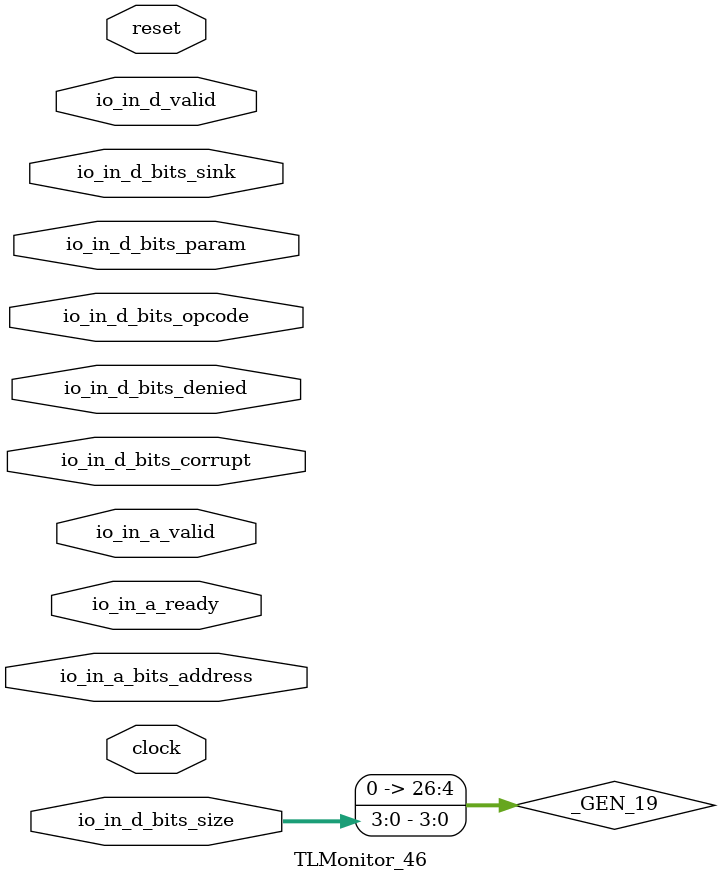
<source format=sv>
`ifndef RANDOMIZE
  `ifdef RANDOMIZE_MEM_INIT
    `define RANDOMIZE
  `endif // RANDOMIZE_MEM_INIT
`endif // not def RANDOMIZE
`ifndef RANDOMIZE
  `ifdef RANDOMIZE_REG_INIT
    `define RANDOMIZE
  `endif // RANDOMIZE_REG_INIT
`endif // not def RANDOMIZE

`ifndef RANDOM
  `define RANDOM $random
`endif // not def RANDOM

// Users can define INIT_RANDOM as general code that gets injected into the
// initializer block for modules with registers.
`ifndef INIT_RANDOM
  `define INIT_RANDOM
`endif // not def INIT_RANDOM

// If using random initialization, you can also define RANDOMIZE_DELAY to
// customize the delay used, otherwise 0.002 is used.
`ifndef RANDOMIZE_DELAY
  `define RANDOMIZE_DELAY 0.002
`endif // not def RANDOMIZE_DELAY

// Define INIT_RANDOM_PROLOG_ for use in our modules below.
`ifndef INIT_RANDOM_PROLOG_
  `ifdef RANDOMIZE
    `ifdef VERILATOR
      `define INIT_RANDOM_PROLOG_ `INIT_RANDOM
    `else  // VERILATOR
      `define INIT_RANDOM_PROLOG_ `INIT_RANDOM #`RANDOMIZE_DELAY begin end
    `endif // VERILATOR
  `else  // RANDOMIZE
    `define INIT_RANDOM_PROLOG_
  `endif // RANDOMIZE
`endif // not def INIT_RANDOM_PROLOG_

// Include register initializers in init blocks unless synthesis is set
`ifndef SYNTHESIS
  `ifndef ENABLE_INITIAL_REG_
    `define ENABLE_INITIAL_REG_
  `endif // not def ENABLE_INITIAL_REG_
`endif // not def SYNTHESIS

// Include rmemory initializers in init blocks unless synthesis is set
`ifndef SYNTHESIS
  `ifndef ENABLE_INITIAL_MEM_
    `define ENABLE_INITIAL_MEM_
  `endif // not def ENABLE_INITIAL_MEM_
`endif // not def SYNTHESIS

// Standard header to adapt well known macros for prints and assertions.

// Users can define 'PRINTF_COND' to add an extra gate to prints.
`ifndef PRINTF_COND_
  `ifdef PRINTF_COND
    `define PRINTF_COND_ (`PRINTF_COND)
  `else  // PRINTF_COND
    `define PRINTF_COND_ 1
  `endif // PRINTF_COND
`endif // not def PRINTF_COND_

// Users can define 'ASSERT_VERBOSE_COND' to add an extra gate to assert error printing.
`ifndef ASSERT_VERBOSE_COND_
  `ifdef ASSERT_VERBOSE_COND
    `define ASSERT_VERBOSE_COND_ (`ASSERT_VERBOSE_COND)
  `else  // ASSERT_VERBOSE_COND
    `define ASSERT_VERBOSE_COND_ 1
  `endif // ASSERT_VERBOSE_COND
`endif // not def ASSERT_VERBOSE_COND_

// Users can define 'STOP_COND' to add an extra gate to stop conditions.
`ifndef STOP_COND_
  `ifdef STOP_COND
    `define STOP_COND_ (`STOP_COND)
  `else  // STOP_COND
    `define STOP_COND_ 1
  `endif // STOP_COND
`endif // not def STOP_COND_

module TLMonitor_46(
  input        clock,
               reset,
               io_in_a_ready,	// @[generators/rocket-chip/src/main/scala/tilelink/Monitor.scala:17:14]
               io_in_a_valid,	// @[generators/rocket-chip/src/main/scala/tilelink/Monitor.scala:17:14]
  input [31:0] io_in_a_bits_address,	// @[generators/rocket-chip/src/main/scala/tilelink/Monitor.scala:17:14]
  input        io_in_d_valid,	// @[generators/rocket-chip/src/main/scala/tilelink/Monitor.scala:17:14]
  input [2:0]  io_in_d_bits_opcode,	// @[generators/rocket-chip/src/main/scala/tilelink/Monitor.scala:17:14]
  input [1:0]  io_in_d_bits_param,	// @[generators/rocket-chip/src/main/scala/tilelink/Monitor.scala:17:14]
  input [3:0]  io_in_d_bits_size,	// @[generators/rocket-chip/src/main/scala/tilelink/Monitor.scala:17:14]
  input [2:0]  io_in_d_bits_sink,	// @[generators/rocket-chip/src/main/scala/tilelink/Monitor.scala:17:14]
  input        io_in_d_bits_denied,	// @[generators/rocket-chip/src/main/scala/tilelink/Monitor.scala:17:14]
               io_in_d_bits_corrupt	// @[generators/rocket-chip/src/main/scala/tilelink/Monitor.scala:17:14]
);

  wire [31:0] _plusarg_reader_1_out;	// @[generators/rocket-chip/src/main/scala/util/PlusArg.scala:80:11]
  wire [31:0] _plusarg_reader_out;	// @[generators/rocket-chip/src/main/scala/util/PlusArg.scala:80:11]
  wire        _a_first_T_1 = io_in_a_ready & io_in_a_valid;	// @[src/main/scala/chisel3/util/Decoupled.scala:52:35]
  reg  [8:0]  a_first_counter;	// @[generators/rocket-chip/src/main/scala/tilelink/Edges.scala:230:27]
  reg  [2:0]  opcode;	// @[generators/rocket-chip/src/main/scala/tilelink/Monitor.scala:384:22]
  reg  [2:0]  param;	// @[generators/rocket-chip/src/main/scala/tilelink/Monitor.scala:385:22]
  reg  [3:0]  size;	// @[generators/rocket-chip/src/main/scala/tilelink/Monitor.scala:386:22]
  reg         source;	// @[generators/rocket-chip/src/main/scala/tilelink/Monitor.scala:387:22]
  reg  [31:0] address;	// @[generators/rocket-chip/src/main/scala/tilelink/Monitor.scala:388:22]
  reg  [8:0]  d_first_counter;	// @[generators/rocket-chip/src/main/scala/tilelink/Edges.scala:230:27]
  reg  [2:0]  opcode_1;	// @[generators/rocket-chip/src/main/scala/tilelink/Monitor.scala:535:22]
  reg  [1:0]  param_1;	// @[generators/rocket-chip/src/main/scala/tilelink/Monitor.scala:536:22]
  reg  [3:0]  size_1;	// @[generators/rocket-chip/src/main/scala/tilelink/Monitor.scala:537:22]
  reg  [2:0]  sink;	// @[generators/rocket-chip/src/main/scala/tilelink/Monitor.scala:539:22]
  reg         denied;	// @[generators/rocket-chip/src/main/scala/tilelink/Monitor.scala:540:22]
  reg         inflight;	// @[generators/rocket-chip/src/main/scala/tilelink/Monitor.scala:611:27]
  reg  [3:0]  inflight_opcodes;	// @[generators/rocket-chip/src/main/scala/tilelink/Monitor.scala:613:35]
  reg  [7:0]  inflight_sizes;	// @[generators/rocket-chip/src/main/scala/tilelink/Monitor.scala:615:33]
  reg  [8:0]  a_first_counter_1;	// @[generators/rocket-chip/src/main/scala/tilelink/Edges.scala:230:27]
  wire        a_first_1 = a_first_counter_1 == 9'h0;	// @[generators/rocket-chip/src/main/scala/tilelink/Edges.scala:222:14, :230:27, :232:25]
  reg  [8:0]  d_first_counter_1;	// @[generators/rocket-chip/src/main/scala/tilelink/Edges.scala:230:27]
  wire        d_first_1 = d_first_counter_1 == 9'h0;	// @[generators/rocket-chip/src/main/scala/tilelink/Edges.scala:222:14, :230:27, :232:25]
  wire        a_set = _a_first_T_1 & a_first_1;	// @[generators/rocket-chip/src/main/scala/tilelink/Edges.scala:232:25, generators/rocket-chip/src/main/scala/tilelink/Monitor.scala:652:25, src/main/scala/chisel3/util/Decoupled.scala:52:35]
  wire        d_release_ack = io_in_d_bits_opcode == 3'h6;	// @[generators/rocket-chip/src/main/scala/tilelink/Monitor.scala:670:46]
  wire        _GEN = io_in_d_valid & d_first_1;	// @[generators/rocket-chip/src/main/scala/tilelink/Edges.scala:232:25, generators/rocket-chip/src/main/scala/tilelink/Monitor.scala:671:26]
  wire        d_clr_wo_ready = _GEN & ~d_release_ack;	// @[generators/rocket-chip/src/main/scala/tilelink/Monitor.scala:670:46, :671:{26,71,74}]
  reg  [31:0] watchdog;	// @[generators/rocket-chip/src/main/scala/tilelink/Monitor.scala:706:27]
  reg         inflight_1;	// @[generators/rocket-chip/src/main/scala/tilelink/Monitor.scala:723:35]
  reg  [7:0]  inflight_sizes_1;	// @[generators/rocket-chip/src/main/scala/tilelink/Monitor.scala:725:35]
  reg  [8:0]  d_first_counter_2;	// @[generators/rocket-chip/src/main/scala/tilelink/Edges.scala:230:27]
  wire        d_first_2 = d_first_counter_2 == 9'h0;	// @[generators/rocket-chip/src/main/scala/tilelink/Edges.scala:222:14, :230:27, :232:25]
  wire        d_clr_1 = io_in_d_valid & d_first_2 & d_release_ack;	// @[generators/rocket-chip/src/main/scala/tilelink/Edges.scala:232:25, generators/rocket-chip/src/main/scala/tilelink/Monitor.scala:670:46, :785:70]
  reg  [31:0] watchdog_1;	// @[generators/rocket-chip/src/main/scala/tilelink/Monitor.scala:815:27]
  `ifndef SYNTHESIS	// @[generators/rocket-chip/src/main/scala/tilelink/Monitor.scala:42:11]
    wire [7:0][2:0] _GEN_0 = '{3'h4, 3'h5, 3'h2, 3'h1, 3'h1, 3'h1, 3'h0, 3'h0};	// @[generators/rocket-chip/src/main/scala/tilelink/Monitor.scala:690:38]
    wire [7:0][2:0] _GEN_1 = '{3'h4, 3'h4, 3'h2, 3'h1, 3'h1, 3'h1, 3'h0, 3'h0};	// @[generators/rocket-chip/src/main/scala/tilelink/Monitor.scala:689:38]
    wire            _GEN_2 = io_in_a_valid & ~reset;	// @[generators/rocket-chip/src/main/scala/tilelink/Monitor.scala:42:11]
    wire            _GEN_3 = io_in_d_valid & io_in_d_bits_opcode == 3'h6 & ~reset;	// @[generators/rocket-chip/src/main/scala/tilelink/Monitor.scala:42:11, :49:11, :310:25]
    wire            _GEN_4 = io_in_d_bits_size < 4'h3;	// @[generators/rocket-chip/src/main/scala/tilelink/Monitor.scala:312:27]
    wire            _GEN_5 = io_in_d_valid & io_in_d_bits_opcode == 3'h4 & ~reset;	// @[generators/rocket-chip/src/main/scala/tilelink/Monitor.scala:42:11, :49:11, :318:25]
    wire            _GEN_6 = io_in_d_bits_param == 2'h2;	// @[generators/rocket-chip/src/main/scala/tilelink/Bundles.scala:111:27, generators/rocket-chip/src/main/scala/tilelink/Monitor.scala:323:28]
    wire            _GEN_7 = io_in_d_valid & io_in_d_bits_opcode == 3'h5 & ~reset;	// @[generators/rocket-chip/src/main/scala/tilelink/Monitor.scala:42:11, :49:11, :328:25]
    wire            _GEN_8 = ~io_in_d_bits_denied | io_in_d_bits_corrupt;	// @[generators/rocket-chip/src/main/scala/tilelink/Monitor.scala:334:{15,30}]
    wire            _GEN_9 = io_in_d_valid & io_in_d_bits_opcode == 3'h0 & ~reset;	// @[generators/rocket-chip/src/main/scala/tilelink/Monitor.scala:42:11, :49:11, :338:25]
    wire            _GEN_10 = io_in_d_bits_opcode == 3'h1;	// @[generators/rocket-chip/src/main/scala/tilelink/Monitor.scala:346:25]
    wire            _GEN_11 = io_in_d_valid & _GEN_10 & ~reset;	// @[generators/rocket-chip/src/main/scala/tilelink/Monitor.scala:42:11, :49:11, :346:25]
    wire            _GEN_12 = io_in_d_valid & io_in_d_bits_opcode == 3'h2 & ~reset;	// @[generators/rocket-chip/src/main/scala/tilelink/Monitor.scala:42:11, :49:11, :354:25]
    wire            _GEN_13 = io_in_a_valid & (|a_first_counter) & ~reset;	// @[generators/rocket-chip/src/main/scala/tilelink/Edges.scala:230:27, :232:25, generators/rocket-chip/src/main/scala/tilelink/Monitor.scala:42:11]
    wire            _GEN_14 = io_in_d_valid & (|d_first_counter) & ~reset;	// @[generators/rocket-chip/src/main/scala/tilelink/Edges.scala:230:27, :232:25, generators/rocket-chip/src/main/scala/tilelink/Monitor.scala:42:11, :49:11]
    wire            a_set_wo_ready = io_in_a_valid & a_first_1;	// @[generators/rocket-chip/src/main/scala/tilelink/Edges.scala:232:25, generators/rocket-chip/src/main/scala/tilelink/Monitor.scala:648:26]
    wire            _GEN_15 = d_clr_wo_ready & a_set_wo_ready & ~reset;	// @[generators/rocket-chip/src/main/scala/tilelink/Monitor.scala:42:11, :49:11, :648:26, :671:71]
    wire            _GEN_16 = d_clr_wo_ready & ~a_set_wo_ready & ~reset;	// @[generators/rocket-chip/src/main/scala/tilelink/Monitor.scala:42:11, :49:11, :648:26, :671:71, :684:30]
    wire [7:0]      _GEN_17 = {4'h0, io_in_d_bits_size};	// @[generators/rocket-chip/src/main/scala/tilelink/Bundles.scala:111:27, generators/rocket-chip/src/main/scala/tilelink/Monitor.scala:656:79, :657:77, :691:36, generators/rocket-chip/src/main/scala/util/Misc.scala:206:21]
    wire            _GEN_18 = d_clr_1 & ~reset;	// @[generators/rocket-chip/src/main/scala/tilelink/Monitor.scala:42:11, :49:11, :785:70]
    always @(posedge clock) begin	// @[generators/rocket-chip/src/main/scala/tilelink/Monitor.scala:42:11]
      if (_GEN_2 & ~({io_in_a_bits_address[31:14], ~(io_in_a_bits_address[13:12])} == 20'h0 | io_in_a_bits_address[31:13] == 19'h0 | {io_in_a_bits_address[31:17], ~(io_in_a_bits_address[16])} == 16'h0 | {io_in_a_bits_address[31:21], io_in_a_bits_address[20:17] ^ 4'h8, io_in_a_bits_address[15:12]} == 19'h0 | {io_in_a_bits_address[31:26], io_in_a_bits_address[25:16] ^ 10'h200} == 16'h0 | {io_in_a_bits_address[31:26], io_in_a_bits_address[25:12] ^ 14'h2010} == 20'h0 | {io_in_a_bits_address[31:28], io_in_a_bits_address[27:16] ^ 12'h800} == 16'h0 | {io_in_a_bits_address[31:28], ~(io_in_a_bits_address[27:26])} == 6'h0 | {io_in_a_bits_address[31:29], io_in_a_bits_address[28:12] ^ 17'h10020} == 20'h0 | io_in_a_bits_address[31:28] == 4'h8)) begin	// @[generators/rocket-chip/src/main/scala/diplomacy/Parameters.scala:137:{31,41,46,59}, generators/rocket-chip/src/main/scala/tilelink/Bundles.scala:259:74, generators/rocket-chip/src/main/scala/tilelink/Edges.scala:22:16, generators/rocket-chip/src/main/scala/tilelink/Monitor.scala:42:11, generators/rocket-chip/src/main/scala/tilelink/Parameters.scala:673:26]
        if (`ASSERT_VERBOSE_COND_)	// @[generators/rocket-chip/src/main/scala/tilelink/Monitor.scala:42:11]
          $error("Assertion failed: 'A' channel carries Get type which slave claims it can't support (connected at generators/boom/src/main/scala/common/tile.scala:140:21)\n    at Monitor.scala:42 assert(cond, message)\n");	// @[generators/rocket-chip/src/main/scala/tilelink/Monitor.scala:42:11]
        if (`STOP_COND_)	// @[generators/rocket-chip/src/main/scala/tilelink/Monitor.scala:42:11]
          $fatal;	// @[generators/rocket-chip/src/main/scala/tilelink/Monitor.scala:42:11]
      end
      if (_GEN_2 & (|(io_in_a_bits_address[5:0]))) begin	// @[generators/rocket-chip/src/main/scala/tilelink/Edges.scala:22:{16,24}, generators/rocket-chip/src/main/scala/tilelink/Monitor.scala:42:11]
        if (`ASSERT_VERBOSE_COND_)	// @[generators/rocket-chip/src/main/scala/tilelink/Monitor.scala:42:11]
          $error("Assertion failed: 'A' channel Get address not aligned to size (connected at generators/boom/src/main/scala/common/tile.scala:140:21)\n    at Monitor.scala:42 assert(cond, message)\n");	// @[generators/rocket-chip/src/main/scala/tilelink/Monitor.scala:42:11]
        if (`STOP_COND_)	// @[generators/rocket-chip/src/main/scala/tilelink/Monitor.scala:42:11]
          $fatal;	// @[generators/rocket-chip/src/main/scala/tilelink/Monitor.scala:42:11]
      end
      if (io_in_d_valid & ~reset & (&io_in_d_bits_opcode)) begin	// @[generators/rocket-chip/src/main/scala/tilelink/Bundles.scala:45:24, generators/rocket-chip/src/main/scala/tilelink/Monitor.scala:42:11, :49:11]
        if (`ASSERT_VERBOSE_COND_)	// @[generators/rocket-chip/src/main/scala/tilelink/Monitor.scala:49:11]
          $error("Assertion failed: 'D' channel has invalid opcode (connected at generators/boom/src/main/scala/common/tile.scala:140:21)\n    at Monitor.scala:49 assert(cond, message)\n");	// @[generators/rocket-chip/src/main/scala/tilelink/Monitor.scala:49:11]
        if (`STOP_COND_)	// @[generators/rocket-chip/src/main/scala/tilelink/Monitor.scala:49:11]
          $fatal;	// @[generators/rocket-chip/src/main/scala/tilelink/Monitor.scala:49:11]
      end
      if (_GEN_3 & _GEN_4) begin	// @[generators/rocket-chip/src/main/scala/tilelink/Monitor.scala:49:11, :312:27]
        if (`ASSERT_VERBOSE_COND_)	// @[generators/rocket-chip/src/main/scala/tilelink/Monitor.scala:49:11]
          $error("Assertion failed: 'D' channel ReleaseAck smaller than a beat (connected at generators/boom/src/main/scala/common/tile.scala:140:21)\n    at Monitor.scala:49 assert(cond, message)\n");	// @[generators/rocket-chip/src/main/scala/tilelink/Monitor.scala:49:11]
        if (`STOP_COND_)	// @[generators/rocket-chip/src/main/scala/tilelink/Monitor.scala:49:11]
          $fatal;	// @[generators/rocket-chip/src/main/scala/tilelink/Monitor.scala:49:11]
      end
      if (_GEN_3 & (|io_in_d_bits_param)) begin	// @[generators/rocket-chip/src/main/scala/tilelink/Monitor.scala:49:11, :313:28]
        if (`ASSERT_VERBOSE_COND_)	// @[generators/rocket-chip/src/main/scala/tilelink/Monitor.scala:49:11]
          $error("Assertion failed: 'D' channel ReleaseeAck carries invalid param (connected at generators/boom/src/main/scala/common/tile.scala:140:21)\n    at Monitor.scala:49 assert(cond, message)\n");	// @[generators/rocket-chip/src/main/scala/tilelink/Monitor.scala:49:11]
        if (`STOP_COND_)	// @[generators/rocket-chip/src/main/scala/tilelink/Monitor.scala:49:11]
          $fatal;	// @[generators/rocket-chip/src/main/scala/tilelink/Monitor.scala:49:11]
      end
      if (_GEN_3 & io_in_d_bits_corrupt) begin	// @[generators/rocket-chip/src/main/scala/tilelink/Monitor.scala:49:11]
        if (`ASSERT_VERBOSE_COND_)	// @[generators/rocket-chip/src/main/scala/tilelink/Monitor.scala:49:11]
          $error("Assertion failed: 'D' channel ReleaseAck is corrupt (connected at generators/boom/src/main/scala/common/tile.scala:140:21)\n    at Monitor.scala:49 assert(cond, message)\n");	// @[generators/rocket-chip/src/main/scala/tilelink/Monitor.scala:49:11]
        if (`STOP_COND_)	// @[generators/rocket-chip/src/main/scala/tilelink/Monitor.scala:49:11]
          $fatal;	// @[generators/rocket-chip/src/main/scala/tilelink/Monitor.scala:49:11]
      end
      if (_GEN_3 & io_in_d_bits_denied) begin	// @[generators/rocket-chip/src/main/scala/tilelink/Monitor.scala:49:11]
        if (`ASSERT_VERBOSE_COND_)	// @[generators/rocket-chip/src/main/scala/tilelink/Monitor.scala:49:11]
          $error("Assertion failed: 'D' channel ReleaseAck is denied (connected at generators/boom/src/main/scala/common/tile.scala:140:21)\n    at Monitor.scala:49 assert(cond, message)\n");	// @[generators/rocket-chip/src/main/scala/tilelink/Monitor.scala:49:11]
        if (`STOP_COND_)	// @[generators/rocket-chip/src/main/scala/tilelink/Monitor.scala:49:11]
          $fatal;	// @[generators/rocket-chip/src/main/scala/tilelink/Monitor.scala:49:11]
      end
      if (_GEN_5 & _GEN_4) begin	// @[generators/rocket-chip/src/main/scala/tilelink/Monitor.scala:49:11, :312:27]
        if (`ASSERT_VERBOSE_COND_)	// @[generators/rocket-chip/src/main/scala/tilelink/Monitor.scala:49:11]
          $error("Assertion failed: 'D' channel Grant smaller than a beat (connected at generators/boom/src/main/scala/common/tile.scala:140:21)\n    at Monitor.scala:49 assert(cond, message)\n");	// @[generators/rocket-chip/src/main/scala/tilelink/Monitor.scala:49:11]
        if (`STOP_COND_)	// @[generators/rocket-chip/src/main/scala/tilelink/Monitor.scala:49:11]
          $fatal;	// @[generators/rocket-chip/src/main/scala/tilelink/Monitor.scala:49:11]
      end
      if (_GEN_5 & (&io_in_d_bits_param)) begin	// @[generators/rocket-chip/src/main/scala/tilelink/Bundles.scala:105:26, generators/rocket-chip/src/main/scala/tilelink/Monitor.scala:49:11]
        if (`ASSERT_VERBOSE_COND_)	// @[generators/rocket-chip/src/main/scala/tilelink/Monitor.scala:49:11]
          $error("Assertion failed: 'D' channel Grant carries invalid cap param (connected at generators/boom/src/main/scala/common/tile.scala:140:21)\n    at Monitor.scala:49 assert(cond, message)\n");	// @[generators/rocket-chip/src/main/scala/tilelink/Monitor.scala:49:11]
        if (`STOP_COND_)	// @[generators/rocket-chip/src/main/scala/tilelink/Monitor.scala:49:11]
          $fatal;	// @[generators/rocket-chip/src/main/scala/tilelink/Monitor.scala:49:11]
      end
      if (_GEN_5 & _GEN_6) begin	// @[generators/rocket-chip/src/main/scala/tilelink/Monitor.scala:49:11, :323:28]
        if (`ASSERT_VERBOSE_COND_)	// @[generators/rocket-chip/src/main/scala/tilelink/Monitor.scala:49:11]
          $error("Assertion failed: 'D' channel Grant carries toN param (connected at generators/boom/src/main/scala/common/tile.scala:140:21)\n    at Monitor.scala:49 assert(cond, message)\n");	// @[generators/rocket-chip/src/main/scala/tilelink/Monitor.scala:49:11]
        if (`STOP_COND_)	// @[generators/rocket-chip/src/main/scala/tilelink/Monitor.scala:49:11]
          $fatal;	// @[generators/rocket-chip/src/main/scala/tilelink/Monitor.scala:49:11]
      end
      if (_GEN_5 & io_in_d_bits_corrupt) begin	// @[generators/rocket-chip/src/main/scala/tilelink/Monitor.scala:49:11]
        if (`ASSERT_VERBOSE_COND_)	// @[generators/rocket-chip/src/main/scala/tilelink/Monitor.scala:49:11]
          $error("Assertion failed: 'D' channel Grant is corrupt (connected at generators/boom/src/main/scala/common/tile.scala:140:21)\n    at Monitor.scala:49 assert(cond, message)\n");	// @[generators/rocket-chip/src/main/scala/tilelink/Monitor.scala:49:11]
        if (`STOP_COND_)	// @[generators/rocket-chip/src/main/scala/tilelink/Monitor.scala:49:11]
          $fatal;	// @[generators/rocket-chip/src/main/scala/tilelink/Monitor.scala:49:11]
      end
      if (_GEN_7 & _GEN_4) begin	// @[generators/rocket-chip/src/main/scala/tilelink/Monitor.scala:49:11, :312:27]
        if (`ASSERT_VERBOSE_COND_)	// @[generators/rocket-chip/src/main/scala/tilelink/Monitor.scala:49:11]
          $error("Assertion failed: 'D' channel GrantData smaller than a beat (connected at generators/boom/src/main/scala/common/tile.scala:140:21)\n    at Monitor.scala:49 assert(cond, message)\n");	// @[generators/rocket-chip/src/main/scala/tilelink/Monitor.scala:49:11]
        if (`STOP_COND_)	// @[generators/rocket-chip/src/main/scala/tilelink/Monitor.scala:49:11]
          $fatal;	// @[generators/rocket-chip/src/main/scala/tilelink/Monitor.scala:49:11]
      end
      if (_GEN_7 & (&io_in_d_bits_param)) begin	// @[generators/rocket-chip/src/main/scala/tilelink/Bundles.scala:105:26, generators/rocket-chip/src/main/scala/tilelink/Monitor.scala:49:11]
        if (`ASSERT_VERBOSE_COND_)	// @[generators/rocket-chip/src/main/scala/tilelink/Monitor.scala:49:11]
          $error("Assertion failed: 'D' channel GrantData carries invalid cap param (connected at generators/boom/src/main/scala/common/tile.scala:140:21)\n    at Monitor.scala:49 assert(cond, message)\n");	// @[generators/rocket-chip/src/main/scala/tilelink/Monitor.scala:49:11]
        if (`STOP_COND_)	// @[generators/rocket-chip/src/main/scala/tilelink/Monitor.scala:49:11]
          $fatal;	// @[generators/rocket-chip/src/main/scala/tilelink/Monitor.scala:49:11]
      end
      if (_GEN_7 & _GEN_6) begin	// @[generators/rocket-chip/src/main/scala/tilelink/Monitor.scala:49:11, :323:28]
        if (`ASSERT_VERBOSE_COND_)	// @[generators/rocket-chip/src/main/scala/tilelink/Monitor.scala:49:11]
          $error("Assertion failed: 'D' channel GrantData carries toN param (connected at generators/boom/src/main/scala/common/tile.scala:140:21)\n    at Monitor.scala:49 assert(cond, message)\n");	// @[generators/rocket-chip/src/main/scala/tilelink/Monitor.scala:49:11]
        if (`STOP_COND_)	// @[generators/rocket-chip/src/main/scala/tilelink/Monitor.scala:49:11]
          $fatal;	// @[generators/rocket-chip/src/main/scala/tilelink/Monitor.scala:49:11]
      end
      if (_GEN_7 & ~_GEN_8) begin	// @[generators/rocket-chip/src/main/scala/tilelink/Monitor.scala:49:11, :334:30]
        if (`ASSERT_VERBOSE_COND_)	// @[generators/rocket-chip/src/main/scala/tilelink/Monitor.scala:49:11]
          $error("Assertion failed: 'D' channel GrantData is denied but not corrupt (connected at generators/boom/src/main/scala/common/tile.scala:140:21)\n    at Monitor.scala:49 assert(cond, message)\n");	// @[generators/rocket-chip/src/main/scala/tilelink/Monitor.scala:49:11]
        if (`STOP_COND_)	// @[generators/rocket-chip/src/main/scala/tilelink/Monitor.scala:49:11]
          $fatal;	// @[generators/rocket-chip/src/main/scala/tilelink/Monitor.scala:49:11]
      end
      if (_GEN_9 & (|io_in_d_bits_param)) begin	// @[generators/rocket-chip/src/main/scala/tilelink/Monitor.scala:49:11, :313:28]
        if (`ASSERT_VERBOSE_COND_)	// @[generators/rocket-chip/src/main/scala/tilelink/Monitor.scala:49:11]
          $error("Assertion failed: 'D' channel AccessAck carries invalid param (connected at generators/boom/src/main/scala/common/tile.scala:140:21)\n    at Monitor.scala:49 assert(cond, message)\n");	// @[generators/rocket-chip/src/main/scala/tilelink/Monitor.scala:49:11]
        if (`STOP_COND_)	// @[generators/rocket-chip/src/main/scala/tilelink/Monitor.scala:49:11]
          $fatal;	// @[generators/rocket-chip/src/main/scala/tilelink/Monitor.scala:49:11]
      end
      if (_GEN_9 & io_in_d_bits_corrupt) begin	// @[generators/rocket-chip/src/main/scala/tilelink/Monitor.scala:49:11]
        if (`ASSERT_VERBOSE_COND_)	// @[generators/rocket-chip/src/main/scala/tilelink/Monitor.scala:49:11]
          $error("Assertion failed: 'D' channel AccessAck is corrupt (connected at generators/boom/src/main/scala/common/tile.scala:140:21)\n    at Monitor.scala:49 assert(cond, message)\n");	// @[generators/rocket-chip/src/main/scala/tilelink/Monitor.scala:49:11]
        if (`STOP_COND_)	// @[generators/rocket-chip/src/main/scala/tilelink/Monitor.scala:49:11]
          $fatal;	// @[generators/rocket-chip/src/main/scala/tilelink/Monitor.scala:49:11]
      end
      if (_GEN_11 & (|io_in_d_bits_param)) begin	// @[generators/rocket-chip/src/main/scala/tilelink/Monitor.scala:49:11, :313:28]
        if (`ASSERT_VERBOSE_COND_)	// @[generators/rocket-chip/src/main/scala/tilelink/Monitor.scala:49:11]
          $error("Assertion failed: 'D' channel AccessAckData carries invalid param (connected at generators/boom/src/main/scala/common/tile.scala:140:21)\n    at Monitor.scala:49 assert(cond, message)\n");	// @[generators/rocket-chip/src/main/scala/tilelink/Monitor.scala:49:11]
        if (`STOP_COND_)	// @[generators/rocket-chip/src/main/scala/tilelink/Monitor.scala:49:11]
          $fatal;	// @[generators/rocket-chip/src/main/scala/tilelink/Monitor.scala:49:11]
      end
      if (_GEN_11 & ~_GEN_8) begin	// @[generators/rocket-chip/src/main/scala/tilelink/Monitor.scala:49:11, :334:30]
        if (`ASSERT_VERBOSE_COND_)	// @[generators/rocket-chip/src/main/scala/tilelink/Monitor.scala:49:11]
          $error("Assertion failed: 'D' channel AccessAckData is denied but not corrupt (connected at generators/boom/src/main/scala/common/tile.scala:140:21)\n    at Monitor.scala:49 assert(cond, message)\n");	// @[generators/rocket-chip/src/main/scala/tilelink/Monitor.scala:49:11]
        if (`STOP_COND_)	// @[generators/rocket-chip/src/main/scala/tilelink/Monitor.scala:49:11]
          $fatal;	// @[generators/rocket-chip/src/main/scala/tilelink/Monitor.scala:49:11]
      end
      if (_GEN_12 & (|io_in_d_bits_param)) begin	// @[generators/rocket-chip/src/main/scala/tilelink/Monitor.scala:49:11, :313:28]
        if (`ASSERT_VERBOSE_COND_)	// @[generators/rocket-chip/src/main/scala/tilelink/Monitor.scala:49:11]
          $error("Assertion failed: 'D' channel HintAck carries invalid param (connected at generators/boom/src/main/scala/common/tile.scala:140:21)\n    at Monitor.scala:49 assert(cond, message)\n");	// @[generators/rocket-chip/src/main/scala/tilelink/Monitor.scala:49:11]
        if (`STOP_COND_)	// @[generators/rocket-chip/src/main/scala/tilelink/Monitor.scala:49:11]
          $fatal;	// @[generators/rocket-chip/src/main/scala/tilelink/Monitor.scala:49:11]
      end
      if (_GEN_12 & io_in_d_bits_corrupt) begin	// @[generators/rocket-chip/src/main/scala/tilelink/Monitor.scala:49:11]
        if (`ASSERT_VERBOSE_COND_)	// @[generators/rocket-chip/src/main/scala/tilelink/Monitor.scala:49:11]
          $error("Assertion failed: 'D' channel HintAck is corrupt (connected at generators/boom/src/main/scala/common/tile.scala:140:21)\n    at Monitor.scala:49 assert(cond, message)\n");	// @[generators/rocket-chip/src/main/scala/tilelink/Monitor.scala:49:11]
        if (`STOP_COND_)	// @[generators/rocket-chip/src/main/scala/tilelink/Monitor.scala:49:11]
          $fatal;	// @[generators/rocket-chip/src/main/scala/tilelink/Monitor.scala:49:11]
      end
      if (_GEN_13 & opcode != 3'h4) begin	// @[generators/rocket-chip/src/main/scala/tilelink/Monitor.scala:42:11, :384:22, :390:32]
        if (`ASSERT_VERBOSE_COND_)	// @[generators/rocket-chip/src/main/scala/tilelink/Monitor.scala:42:11]
          $error("Assertion failed: 'A' channel opcode changed within multibeat operation (connected at generators/boom/src/main/scala/common/tile.scala:140:21)\n    at Monitor.scala:42 assert(cond, message)\n");	// @[generators/rocket-chip/src/main/scala/tilelink/Monitor.scala:42:11]
        if (`STOP_COND_)	// @[generators/rocket-chip/src/main/scala/tilelink/Monitor.scala:42:11]
          $fatal;	// @[generators/rocket-chip/src/main/scala/tilelink/Monitor.scala:42:11]
      end
      if (_GEN_13 & (|param)) begin	// @[generators/rocket-chip/src/main/scala/tilelink/Monitor.scala:42:11, :385:22, :391:32]
        if (`ASSERT_VERBOSE_COND_)	// @[generators/rocket-chip/src/main/scala/tilelink/Monitor.scala:42:11]
          $error("Assertion failed: 'A' channel param changed within multibeat operation (connected at generators/boom/src/main/scala/common/tile.scala:140:21)\n    at Monitor.scala:42 assert(cond, message)\n");	// @[generators/rocket-chip/src/main/scala/tilelink/Monitor.scala:42:11]
        if (`STOP_COND_)	// @[generators/rocket-chip/src/main/scala/tilelink/Monitor.scala:42:11]
          $fatal;	// @[generators/rocket-chip/src/main/scala/tilelink/Monitor.scala:42:11]
      end
      if (_GEN_13 & size != 4'h6) begin	// @[generators/rocket-chip/src/main/scala/tilelink/Monitor.scala:17:14, :42:11, :386:22, :392:32]
        if (`ASSERT_VERBOSE_COND_)	// @[generators/rocket-chip/src/main/scala/tilelink/Monitor.scala:42:11]
          $error("Assertion failed: 'A' channel size changed within multibeat operation (connected at generators/boom/src/main/scala/common/tile.scala:140:21)\n    at Monitor.scala:42 assert(cond, message)\n");	// @[generators/rocket-chip/src/main/scala/tilelink/Monitor.scala:42:11]
        if (`STOP_COND_)	// @[generators/rocket-chip/src/main/scala/tilelink/Monitor.scala:42:11]
          $fatal;	// @[generators/rocket-chip/src/main/scala/tilelink/Monitor.scala:42:11]
      end
      if (_GEN_13 & source) begin	// @[generators/rocket-chip/src/main/scala/tilelink/Monitor.scala:42:11, :387:22]
        if (`ASSERT_VERBOSE_COND_)	// @[generators/rocket-chip/src/main/scala/tilelink/Monitor.scala:42:11]
          $error("Assertion failed: 'A' channel source changed within multibeat operation (connected at generators/boom/src/main/scala/common/tile.scala:140:21)\n    at Monitor.scala:42 assert(cond, message)\n");	// @[generators/rocket-chip/src/main/scala/tilelink/Monitor.scala:42:11]
        if (`STOP_COND_)	// @[generators/rocket-chip/src/main/scala/tilelink/Monitor.scala:42:11]
          $fatal;	// @[generators/rocket-chip/src/main/scala/tilelink/Monitor.scala:42:11]
      end
      if (_GEN_13 & io_in_a_bits_address != address) begin	// @[generators/rocket-chip/src/main/scala/tilelink/Monitor.scala:42:11, :388:22, :394:32]
        if (`ASSERT_VERBOSE_COND_)	// @[generators/rocket-chip/src/main/scala/tilelink/Monitor.scala:42:11]
          $error("Assertion failed: 'A' channel address changed with multibeat operation (connected at generators/boom/src/main/scala/common/tile.scala:140:21)\n    at Monitor.scala:42 assert(cond, message)\n");	// @[generators/rocket-chip/src/main/scala/tilelink/Monitor.scala:42:11]
        if (`STOP_COND_)	// @[generators/rocket-chip/src/main/scala/tilelink/Monitor.scala:42:11]
          $fatal;	// @[generators/rocket-chip/src/main/scala/tilelink/Monitor.scala:42:11]
      end
      if (_GEN_14 & io_in_d_bits_opcode != opcode_1) begin	// @[generators/rocket-chip/src/main/scala/tilelink/Monitor.scala:49:11, :535:22, :542:29]
        if (`ASSERT_VERBOSE_COND_)	// @[generators/rocket-chip/src/main/scala/tilelink/Monitor.scala:49:11]
          $error("Assertion failed: 'D' channel opcode changed within multibeat operation (connected at generators/boom/src/main/scala/common/tile.scala:140:21)\n    at Monitor.scala:49 assert(cond, message)\n");	// @[generators/rocket-chip/src/main/scala/tilelink/Monitor.scala:49:11]
        if (`STOP_COND_)	// @[generators/rocket-chip/src/main/scala/tilelink/Monitor.scala:49:11]
          $fatal;	// @[generators/rocket-chip/src/main/scala/tilelink/Monitor.scala:49:11]
      end
      if (_GEN_14 & io_in_d_bits_param != param_1) begin	// @[generators/rocket-chip/src/main/scala/tilelink/Monitor.scala:49:11, :536:22, :543:29]
        if (`ASSERT_VERBOSE_COND_)	// @[generators/rocket-chip/src/main/scala/tilelink/Monitor.scala:49:11]
          $error("Assertion failed: 'D' channel param changed within multibeat operation (connected at generators/boom/src/main/scala/common/tile.scala:140:21)\n    at Monitor.scala:49 assert(cond, message)\n");	// @[generators/rocket-chip/src/main/scala/tilelink/Monitor.scala:49:11]
        if (`STOP_COND_)	// @[generators/rocket-chip/src/main/scala/tilelink/Monitor.scala:49:11]
          $fatal;	// @[generators/rocket-chip/src/main/scala/tilelink/Monitor.scala:49:11]
      end
      if (_GEN_14 & io_in_d_bits_size != size_1) begin	// @[generators/rocket-chip/src/main/scala/tilelink/Monitor.scala:49:11, :537:22, :544:29]
        if (`ASSERT_VERBOSE_COND_)	// @[generators/rocket-chip/src/main/scala/tilelink/Monitor.scala:49:11]
          $error("Assertion failed: 'D' channel size changed within multibeat operation (connected at generators/boom/src/main/scala/common/tile.scala:140:21)\n    at Monitor.scala:49 assert(cond, message)\n");	// @[generators/rocket-chip/src/main/scala/tilelink/Monitor.scala:49:11]
        if (`STOP_COND_)	// @[generators/rocket-chip/src/main/scala/tilelink/Monitor.scala:49:11]
          $fatal;	// @[generators/rocket-chip/src/main/scala/tilelink/Monitor.scala:49:11]
      end
      if (_GEN_14 & io_in_d_bits_sink != sink) begin	// @[generators/rocket-chip/src/main/scala/tilelink/Monitor.scala:49:11, :539:22, :546:29]
        if (`ASSERT_VERBOSE_COND_)	// @[generators/rocket-chip/src/main/scala/tilelink/Monitor.scala:49:11]
          $error("Assertion failed: 'D' channel sink changed with multibeat operation (connected at generators/boom/src/main/scala/common/tile.scala:140:21)\n    at Monitor.scala:49 assert(cond, message)\n");	// @[generators/rocket-chip/src/main/scala/tilelink/Monitor.scala:49:11]
        if (`STOP_COND_)	// @[generators/rocket-chip/src/main/scala/tilelink/Monitor.scala:49:11]
          $fatal;	// @[generators/rocket-chip/src/main/scala/tilelink/Monitor.scala:49:11]
      end
      if (_GEN_14 & io_in_d_bits_denied != denied) begin	// @[generators/rocket-chip/src/main/scala/tilelink/Monitor.scala:49:11, :540:22, :547:29]
        if (`ASSERT_VERBOSE_COND_)	// @[generators/rocket-chip/src/main/scala/tilelink/Monitor.scala:49:11]
          $error("Assertion failed: 'D' channel denied changed with multibeat operation (connected at generators/boom/src/main/scala/common/tile.scala:140:21)\n    at Monitor.scala:49 assert(cond, message)\n");	// @[generators/rocket-chip/src/main/scala/tilelink/Monitor.scala:49:11]
        if (`STOP_COND_)	// @[generators/rocket-chip/src/main/scala/tilelink/Monitor.scala:49:11]
          $fatal;	// @[generators/rocket-chip/src/main/scala/tilelink/Monitor.scala:49:11]
      end
      if (a_set & ~reset & inflight) begin	// @[generators/rocket-chip/src/main/scala/tilelink/Monitor.scala:42:11, :611:27, :652:25]
        if (`ASSERT_VERBOSE_COND_)	// @[generators/rocket-chip/src/main/scala/tilelink/Monitor.scala:42:11]
          $error("Assertion failed: 'A' channel re-used a source ID (connected at generators/boom/src/main/scala/common/tile.scala:140:21)\n    at Monitor.scala:42 assert(cond, message)\n");	// @[generators/rocket-chip/src/main/scala/tilelink/Monitor.scala:42:11]
        if (`STOP_COND_)	// @[generators/rocket-chip/src/main/scala/tilelink/Monitor.scala:42:11]
          $fatal;	// @[generators/rocket-chip/src/main/scala/tilelink/Monitor.scala:42:11]
      end
      if (d_clr_wo_ready & ~reset & ~(inflight | a_set_wo_ready)) begin	// @[generators/rocket-chip/src/main/scala/tilelink/Monitor.scala:42:11, :49:11, :611:27, :648:26, :671:71, :682:49]
        if (`ASSERT_VERBOSE_COND_)	// @[generators/rocket-chip/src/main/scala/tilelink/Monitor.scala:49:11]
          $error("Assertion failed: 'D' channel acknowledged for nothing inflight (connected at generators/boom/src/main/scala/common/tile.scala:140:21)\n    at Monitor.scala:49 assert(cond, message)\n");	// @[generators/rocket-chip/src/main/scala/tilelink/Monitor.scala:49:11]
        if (`STOP_COND_)	// @[generators/rocket-chip/src/main/scala/tilelink/Monitor.scala:49:11]
          $fatal;	// @[generators/rocket-chip/src/main/scala/tilelink/Monitor.scala:49:11]
      end
      if (_GEN_15 & ~_GEN_10) begin	// @[generators/rocket-chip/src/main/scala/tilelink/Monitor.scala:49:11, :346:25]
        if (`ASSERT_VERBOSE_COND_)	// @[generators/rocket-chip/src/main/scala/tilelink/Monitor.scala:49:11]
          $error("Assertion failed: 'D' channel contains improper opcode response (connected at generators/boom/src/main/scala/common/tile.scala:140:21)\n    at Monitor.scala:49 assert(cond, message)\n");	// @[generators/rocket-chip/src/main/scala/tilelink/Monitor.scala:49:11]
        if (`STOP_COND_)	// @[generators/rocket-chip/src/main/scala/tilelink/Monitor.scala:49:11]
          $fatal;	// @[generators/rocket-chip/src/main/scala/tilelink/Monitor.scala:49:11]
      end
      if (_GEN_15 & io_in_d_bits_size != 4'h6) begin	// @[generators/rocket-chip/src/main/scala/tilelink/Monitor.scala:17:14, :49:11, :687:36]
        if (`ASSERT_VERBOSE_COND_)	// @[generators/rocket-chip/src/main/scala/tilelink/Monitor.scala:49:11]
          $error("Assertion failed: 'D' channel contains improper response size (connected at generators/boom/src/main/scala/common/tile.scala:140:21)\n    at Monitor.scala:49 assert(cond, message)\n");	// @[generators/rocket-chip/src/main/scala/tilelink/Monitor.scala:49:11]
        if (`STOP_COND_)	// @[generators/rocket-chip/src/main/scala/tilelink/Monitor.scala:49:11]
          $fatal;	// @[generators/rocket-chip/src/main/scala/tilelink/Monitor.scala:49:11]
      end
      if (_GEN_16 & ~(io_in_d_bits_opcode == _GEN_1[inflight_opcodes[3:1]] | io_in_d_bits_opcode == _GEN_0[inflight_opcodes[3:1]])) begin	// @[generators/rocket-chip/src/main/scala/tilelink/Monitor.scala:42:11, :49:11, :613:35, :634:152, :689:{38,72}, :690:38]
        if (`ASSERT_VERBOSE_COND_)	// @[generators/rocket-chip/src/main/scala/tilelink/Monitor.scala:49:11]
          $error("Assertion failed: 'D' channel contains improper opcode response (connected at generators/boom/src/main/scala/common/tile.scala:140:21)\n    at Monitor.scala:49 assert(cond, message)\n");	// @[generators/rocket-chip/src/main/scala/tilelink/Monitor.scala:49:11]
        if (`STOP_COND_)	// @[generators/rocket-chip/src/main/scala/tilelink/Monitor.scala:49:11]
          $fatal;	// @[generators/rocket-chip/src/main/scala/tilelink/Monitor.scala:49:11]
      end
      if (_GEN_16 & _GEN_17 != {1'h0, inflight_sizes[7:1]}) begin	// @[generators/rocket-chip/src/main/scala/tilelink/Monitor.scala:17:14, :42:11, :49:11, :99:31, :131:74, :139:71, :615:33, :638:{19,144}, :691:36]
        if (`ASSERT_VERBOSE_COND_)	// @[generators/rocket-chip/src/main/scala/tilelink/Monitor.scala:49:11]
          $error("Assertion failed: 'D' channel contains improper response size (connected at generators/boom/src/main/scala/common/tile.scala:140:21)\n    at Monitor.scala:49 assert(cond, message)\n");	// @[generators/rocket-chip/src/main/scala/tilelink/Monitor.scala:49:11]
        if (`STOP_COND_)	// @[generators/rocket-chip/src/main/scala/tilelink/Monitor.scala:49:11]
          $fatal;	// @[generators/rocket-chip/src/main/scala/tilelink/Monitor.scala:49:11]
      end
      if (_GEN & a_first_1 & io_in_a_valid & ~d_release_ack & ~reset & ~io_in_a_ready) begin	// @[generators/rocket-chip/src/main/scala/tilelink/Edges.scala:232:25, generators/rocket-chip/src/main/scala/tilelink/Monitor.scala:42:11, :49:11, :670:46, :671:{26,74}]
        if (`ASSERT_VERBOSE_COND_)	// @[generators/rocket-chip/src/main/scala/tilelink/Monitor.scala:49:11]
          $error("Assertion failed: ready check\n    at Monitor.scala:49 assert(cond, message)\n");	// @[generators/rocket-chip/src/main/scala/tilelink/Monitor.scala:49:11]
        if (`STOP_COND_)	// @[generators/rocket-chip/src/main/scala/tilelink/Monitor.scala:49:11]
          $fatal;	// @[generators/rocket-chip/src/main/scala/tilelink/Monitor.scala:49:11]
      end
      if (~reset & ~(a_set_wo_ready != d_clr_wo_ready | ~a_set_wo_ready)) begin	// @[generators/rocket-chip/src/main/scala/tilelink/Monitor.scala:42:11, :49:11, :648:26, :671:71, :684:30, :699:{29,48}]
        if (`ASSERT_VERBOSE_COND_)	// @[generators/rocket-chip/src/main/scala/tilelink/Monitor.scala:49:11]
          $error("Assertion failed: 'A' and 'D' concurrent, despite minlatency > 0 (connected at generators/boom/src/main/scala/common/tile.scala:140:21)\n    at Monitor.scala:49 assert(cond, message)\n");	// @[generators/rocket-chip/src/main/scala/tilelink/Monitor.scala:49:11]
        if (`STOP_COND_)	// @[generators/rocket-chip/src/main/scala/tilelink/Monitor.scala:49:11]
          $fatal;	// @[generators/rocket-chip/src/main/scala/tilelink/Monitor.scala:49:11]
      end
      if (~reset & ~(~inflight | _plusarg_reader_out == 32'h0 | watchdog < _plusarg_reader_out)) begin	// @[generators/rocket-chip/src/main/scala/tilelink/Bundles.scala:259:74, generators/rocket-chip/src/main/scala/tilelink/Monitor.scala:42:11, :611:27, :706:27, :709:{16,39,47,59}, generators/rocket-chip/src/main/scala/util/PlusArg.scala:80:11]
        if (`ASSERT_VERBOSE_COND_)	// @[generators/rocket-chip/src/main/scala/tilelink/Monitor.scala:42:11]
          $error("Assertion failed: TileLink timeout expired (connected at generators/boom/src/main/scala/common/tile.scala:140:21)\n    at Monitor.scala:42 assert(cond, message)\n");	// @[generators/rocket-chip/src/main/scala/tilelink/Monitor.scala:42:11]
        if (`STOP_COND_)	// @[generators/rocket-chip/src/main/scala/tilelink/Monitor.scala:42:11]
          $fatal;	// @[generators/rocket-chip/src/main/scala/tilelink/Monitor.scala:42:11]
      end
      if (_GEN_18 & ~inflight_1) begin	// @[generators/rocket-chip/src/main/scala/tilelink/Monitor.scala:49:11, :723:35]
        if (`ASSERT_VERBOSE_COND_)	// @[generators/rocket-chip/src/main/scala/tilelink/Monitor.scala:49:11]
          $error("Assertion failed: 'D' channel acknowledged for nothing inflight (connected at generators/boom/src/main/scala/common/tile.scala:140:21)\n    at Monitor.scala:49 assert(cond, message)\n");	// @[generators/rocket-chip/src/main/scala/tilelink/Monitor.scala:49:11]
        if (`STOP_COND_)	// @[generators/rocket-chip/src/main/scala/tilelink/Monitor.scala:49:11]
          $fatal;	// @[generators/rocket-chip/src/main/scala/tilelink/Monitor.scala:49:11]
      end
      if (_GEN_18 & _GEN_17 != {1'h0, inflight_sizes_1[7:1]}) begin	// @[generators/rocket-chip/src/main/scala/tilelink/Monitor.scala:17:14, :42:11, :49:11, :99:31, :131:74, :139:71, :691:36, :725:35, :747:{21,146}, :797:36]
        if (`ASSERT_VERBOSE_COND_)	// @[generators/rocket-chip/src/main/scala/tilelink/Monitor.scala:49:11]
          $error("Assertion failed: 'D' channel contains improper response size (connected at generators/boom/src/main/scala/common/tile.scala:140:21)\n    at Monitor.scala:49 assert(cond, message)\n");	// @[generators/rocket-chip/src/main/scala/tilelink/Monitor.scala:49:11]
        if (`STOP_COND_)	// @[generators/rocket-chip/src/main/scala/tilelink/Monitor.scala:49:11]
          $fatal;	// @[generators/rocket-chip/src/main/scala/tilelink/Monitor.scala:49:11]
      end
      if (~reset & ~(~inflight_1 | _plusarg_reader_1_out == 32'h0 | watchdog_1 < _plusarg_reader_1_out)) begin	// @[generators/rocket-chip/src/main/scala/tilelink/Bundles.scala:259:74, generators/rocket-chip/src/main/scala/tilelink/Monitor.scala:42:11, :49:11, :723:35, :815:27, :818:{39,47,59}, generators/rocket-chip/src/main/scala/util/PlusArg.scala:80:11]
        if (`ASSERT_VERBOSE_COND_)	// @[generators/rocket-chip/src/main/scala/tilelink/Monitor.scala:42:11]
          $error("Assertion failed: TileLink timeout expired (connected at generators/boom/src/main/scala/common/tile.scala:140:21)\n    at Monitor.scala:42 assert(cond, message)\n");	// @[generators/rocket-chip/src/main/scala/tilelink/Monitor.scala:42:11]
        if (`STOP_COND_)	// @[generators/rocket-chip/src/main/scala/tilelink/Monitor.scala:42:11]
          $fatal;	// @[generators/rocket-chip/src/main/scala/tilelink/Monitor.scala:42:11]
      end
    end // always @(posedge)
  `endif // not def SYNTHESIS
  wire [26:0] _GEN_19 = {23'h0, io_in_d_bits_size};	// @[generators/rocket-chip/src/main/scala/util/package.scala:235:71]
  wire [26:0] _d_first_beats1_decode_T_1 = 27'hFFF << _GEN_19;	// @[generators/rocket-chip/src/main/scala/util/package.scala:235:71]
  wire [26:0] _d_first_beats1_decode_T_5 = 27'hFFF << _GEN_19;	// @[generators/rocket-chip/src/main/scala/util/package.scala:235:71]
  wire [26:0] _d_first_beats1_decode_T_9 = 27'hFFF << _GEN_19;	// @[generators/rocket-chip/src/main/scala/util/package.scala:235:71]
  wire        _GEN_20 = _a_first_T_1 & ~(|a_first_counter);	// @[generators/rocket-chip/src/main/scala/tilelink/Edges.scala:230:27, :232:25, generators/rocket-chip/src/main/scala/tilelink/Monitor.scala:396:18, src/main/scala/chisel3/util/Decoupled.scala:52:35]
  always @(posedge clock) begin
    if (reset) begin
      a_first_counter <= 9'h0;	// @[generators/rocket-chip/src/main/scala/tilelink/Edges.scala:222:14, :230:27]
      d_first_counter <= 9'h0;	// @[generators/rocket-chip/src/main/scala/tilelink/Edges.scala:222:14, :230:27]
      inflight <= 1'h0;	// @[generators/rocket-chip/src/main/scala/tilelink/Monitor.scala:17:14, :42:11, :99:31, :131:74, :139:71, :611:27]
      inflight_opcodes <= 4'h0;	// @[generators/rocket-chip/src/main/scala/tilelink/Bundles.scala:111:27, generators/rocket-chip/src/main/scala/tilelink/Monitor.scala:613:35, :656:79, :657:77, generators/rocket-chip/src/main/scala/util/Misc.scala:206:21]
      inflight_sizes <= 8'h0;	// @[generators/rocket-chip/src/main/scala/tilelink/Bundles.scala:259:74, generators/rocket-chip/src/main/scala/tilelink/Monitor.scala:615:33]
      a_first_counter_1 <= 9'h0;	// @[generators/rocket-chip/src/main/scala/tilelink/Edges.scala:222:14, :230:27]
      d_first_counter_1 <= 9'h0;	// @[generators/rocket-chip/src/main/scala/tilelink/Edges.scala:222:14, :230:27]
      watchdog <= 32'h0;	// @[generators/rocket-chip/src/main/scala/tilelink/Bundles.scala:259:74, generators/rocket-chip/src/main/scala/tilelink/Monitor.scala:706:27]
      inflight_1 <= 1'h0;	// @[generators/rocket-chip/src/main/scala/tilelink/Monitor.scala:17:14, :42:11, :99:31, :131:74, :139:71, :723:35]
      inflight_sizes_1 <= 8'h0;	// @[generators/rocket-chip/src/main/scala/tilelink/Bundles.scala:259:74, generators/rocket-chip/src/main/scala/tilelink/Monitor.scala:725:35]
      d_first_counter_2 <= 9'h0;	// @[generators/rocket-chip/src/main/scala/tilelink/Edges.scala:222:14, :230:27]
      watchdog_1 <= 32'h0;	// @[generators/rocket-chip/src/main/scala/tilelink/Bundles.scala:259:74, generators/rocket-chip/src/main/scala/tilelink/Monitor.scala:815:27]
    end
    else begin
      if (_a_first_T_1) begin	// @[src/main/scala/chisel3/util/Decoupled.scala:52:35]
        if (|a_first_counter)	// @[generators/rocket-chip/src/main/scala/tilelink/Edges.scala:230:27, :232:25]
          a_first_counter <= a_first_counter - 9'h1;	// @[generators/rocket-chip/src/main/scala/tilelink/Edges.scala:230:27, :231:28]
        else	// @[generators/rocket-chip/src/main/scala/tilelink/Edges.scala:232:25]
          a_first_counter <= 9'h0;	// @[generators/rocket-chip/src/main/scala/tilelink/Edges.scala:222:14, :230:27]
        if (a_first_1)	// @[generators/rocket-chip/src/main/scala/tilelink/Edges.scala:232:25]
          a_first_counter_1 <= 9'h0;	// @[generators/rocket-chip/src/main/scala/tilelink/Edges.scala:222:14, :230:27]
        else	// @[generators/rocket-chip/src/main/scala/tilelink/Edges.scala:232:25]
          a_first_counter_1 <= a_first_counter_1 - 9'h1;	// @[generators/rocket-chip/src/main/scala/tilelink/Edges.scala:230:27, :231:28]
      end
      if (io_in_d_valid) begin	// @[generators/rocket-chip/src/main/scala/tilelink/Monitor.scala:17:14]
        if (|d_first_counter)	// @[generators/rocket-chip/src/main/scala/tilelink/Edges.scala:230:27, :232:25]
          d_first_counter <= d_first_counter - 9'h1;	// @[generators/rocket-chip/src/main/scala/tilelink/Edges.scala:230:27, :231:28]
        else	// @[generators/rocket-chip/src/main/scala/tilelink/Edges.scala:232:25]
          d_first_counter <= io_in_d_bits_opcode[0] ? ~(_d_first_beats1_decode_T_1[11:3]) : 9'h0;	// @[generators/rocket-chip/src/main/scala/tilelink/Edges.scala:107:36, :222:14, :230:27, generators/rocket-chip/src/main/scala/util/package.scala:235:{46,71,76}]
        if (d_first_1)	// @[generators/rocket-chip/src/main/scala/tilelink/Edges.scala:232:25]
          d_first_counter_1 <= io_in_d_bits_opcode[0] ? ~(_d_first_beats1_decode_T_5[11:3]) : 9'h0;	// @[generators/rocket-chip/src/main/scala/tilelink/Edges.scala:107:36, :222:14, :230:27, generators/rocket-chip/src/main/scala/util/package.scala:235:{46,71,76}]
        else	// @[generators/rocket-chip/src/main/scala/tilelink/Edges.scala:232:25]
          d_first_counter_1 <= d_first_counter_1 - 9'h1;	// @[generators/rocket-chip/src/main/scala/tilelink/Edges.scala:230:27, :231:28]
        if (d_first_2)	// @[generators/rocket-chip/src/main/scala/tilelink/Edges.scala:232:25]
          d_first_counter_2 <= io_in_d_bits_opcode[0] ? ~(_d_first_beats1_decode_T_9[11:3]) : 9'h0;	// @[generators/rocket-chip/src/main/scala/tilelink/Edges.scala:107:36, :222:14, :230:27, generators/rocket-chip/src/main/scala/util/package.scala:235:{46,71,76}]
        else	// @[generators/rocket-chip/src/main/scala/tilelink/Edges.scala:232:25]
          d_first_counter_2 <= d_first_counter_2 - 9'h1;	// @[generators/rocket-chip/src/main/scala/tilelink/Edges.scala:230:27, :231:28]
        watchdog_1 <= 32'h0;	// @[generators/rocket-chip/src/main/scala/tilelink/Bundles.scala:259:74, generators/rocket-chip/src/main/scala/tilelink/Monitor.scala:815:27]
      end
      else	// @[generators/rocket-chip/src/main/scala/tilelink/Monitor.scala:17:14]
        watchdog_1 <= watchdog_1 + 32'h1;	// @[generators/rocket-chip/src/main/scala/tilelink/Monitor.scala:711:26, :815:27, :820:26]
      inflight <= (inflight | a_set) & ~d_clr_wo_ready;	// @[generators/rocket-chip/src/main/scala/tilelink/Monitor.scala:611:27, :652:25, :671:71, :702:{27,36,38}]
      inflight_opcodes <= (inflight_opcodes | (a_set ? 4'h9 : 4'h0)) & ~{4{d_clr_wo_ready}};	// @[generators/rocket-chip/src/main/scala/tilelink/Bundles.scala:111:27, generators/rocket-chip/src/main/scala/tilelink/Monitor.scala:613:35, :627:33, :652:{25,70}, :654:61, :656:{28,79}, :657:77, :665:33, :671:71, :675:89, :677:21, :703:{43,60,62}, generators/rocket-chip/src/main/scala/util/Misc.scala:206:21]
      inflight_sizes <= (inflight_sizes | (a_set ? {3'h0, a_set ? 5'hD : 5'h0} : 8'h0)) & ~{8{d_clr_wo_ready}};	// @[generators/rocket-chip/src/main/scala/tilelink/Bundles.scala:259:74, generators/rocket-chip/src/main/scala/tilelink/Monitor.scala:615:33, :629:31, :645:38, :652:{25,70}, :655:{28,59}, :657:28, :667:31, :671:71, :675:89, :678:21, :704:{39,54,56}]
      if (_a_first_T_1 | io_in_d_valid)	// @[generators/rocket-chip/src/main/scala/tilelink/Monitor.scala:712:25, src/main/scala/chisel3/util/Decoupled.scala:52:35]
        watchdog <= 32'h0;	// @[generators/rocket-chip/src/main/scala/tilelink/Bundles.scala:259:74, generators/rocket-chip/src/main/scala/tilelink/Monitor.scala:706:27]
      else	// @[generators/rocket-chip/src/main/scala/tilelink/Monitor.scala:712:25]
        watchdog <= watchdog + 32'h1;	// @[generators/rocket-chip/src/main/scala/tilelink/Monitor.scala:706:27, :711:26]
      inflight_1 <= inflight_1 & ~d_clr_1;	// @[generators/rocket-chip/src/main/scala/tilelink/Monitor.scala:723:35, :785:70, :811:{44,46}]
      inflight_sizes_1 <= inflight_sizes_1 & ~{8{d_clr_1}};	// @[generators/rocket-chip/src/main/scala/tilelink/Monitor.scala:725:35, :774:34, :785:{70,88}, :788:21, :813:{56,58}]
    end
    if (_GEN_20) begin	// @[generators/rocket-chip/src/main/scala/tilelink/Monitor.scala:396:18]
      opcode <= 3'h4;	// @[generators/rocket-chip/src/main/scala/tilelink/Monitor.scala:384:22]
      param <= 3'h0;	// @[generators/rocket-chip/src/main/scala/tilelink/Monitor.scala:385:22]
      size <= 4'h6;	// @[generators/rocket-chip/src/main/scala/tilelink/Monitor.scala:17:14, :386:22]
      address <= io_in_a_bits_address;	// @[generators/rocket-chip/src/main/scala/tilelink/Monitor.scala:388:22]
    end
    source <= ~_GEN_20 & source;	// @[generators/rocket-chip/src/main/scala/tilelink/Monitor.scala:387:22, :396:{18,30}, :400:15]
    if (io_in_d_valid & ~(|d_first_counter)) begin	// @[generators/rocket-chip/src/main/scala/tilelink/Edges.scala:230:27, :232:25, generators/rocket-chip/src/main/scala/tilelink/Monitor.scala:549:18]
      opcode_1 <= io_in_d_bits_opcode;	// @[generators/rocket-chip/src/main/scala/tilelink/Monitor.scala:535:22]
      param_1 <= io_in_d_bits_param;	// @[generators/rocket-chip/src/main/scala/tilelink/Monitor.scala:536:22]
      size_1 <= io_in_d_bits_size;	// @[generators/rocket-chip/src/main/scala/tilelink/Monitor.scala:537:22]
      sink <= io_in_d_bits_sink;	// @[generators/rocket-chip/src/main/scala/tilelink/Monitor.scala:539:22]
      denied <= io_in_d_bits_denied;	// @[generators/rocket-chip/src/main/scala/tilelink/Monitor.scala:540:22]
    end
  end // always @(posedge)
  `ifdef ENABLE_INITIAL_REG_
    `ifdef FIRRTL_BEFORE_INITIAL
      `FIRRTL_BEFORE_INITIAL
    `endif // FIRRTL_BEFORE_INITIAL
    logic [31:0] _RANDOM[0:6];
    initial begin
      `ifdef INIT_RANDOM_PROLOG_
        `INIT_RANDOM_PROLOG_
      `endif // INIT_RANDOM_PROLOG_
      `ifdef RANDOMIZE_REG_INIT
        for (logic [2:0] i = 3'h0; i < 3'h7; i += 3'h1) begin
          _RANDOM[i] = `RANDOM;
        end
        a_first_counter = _RANDOM[3'h0][8:0];	// @[generators/rocket-chip/src/main/scala/tilelink/Edges.scala:230:27]
        opcode = _RANDOM[3'h0][11:9];	// @[generators/rocket-chip/src/main/scala/tilelink/Edges.scala:230:27, generators/rocket-chip/src/main/scala/tilelink/Monitor.scala:384:22]
        param = _RANDOM[3'h0][14:12];	// @[generators/rocket-chip/src/main/scala/tilelink/Edges.scala:230:27, generators/rocket-chip/src/main/scala/tilelink/Monitor.scala:385:22]
        size = _RANDOM[3'h0][18:15];	// @[generators/rocket-chip/src/main/scala/tilelink/Edges.scala:230:27, generators/rocket-chip/src/main/scala/tilelink/Monitor.scala:386:22]
        source = _RANDOM[3'h0][19];	// @[generators/rocket-chip/src/main/scala/tilelink/Edges.scala:230:27, generators/rocket-chip/src/main/scala/tilelink/Monitor.scala:387:22]
        address = {_RANDOM[3'h0][31:20], _RANDOM[3'h1][19:0]};	// @[generators/rocket-chip/src/main/scala/tilelink/Edges.scala:230:27, generators/rocket-chip/src/main/scala/tilelink/Monitor.scala:388:22]
        d_first_counter = _RANDOM[3'h1][28:20];	// @[generators/rocket-chip/src/main/scala/tilelink/Edges.scala:230:27, generators/rocket-chip/src/main/scala/tilelink/Monitor.scala:388:22]
        opcode_1 = _RANDOM[3'h1][31:29];	// @[generators/rocket-chip/src/main/scala/tilelink/Monitor.scala:388:22, :535:22]
        param_1 = _RANDOM[3'h2][1:0];	// @[generators/rocket-chip/src/main/scala/tilelink/Monitor.scala:536:22]
        size_1 = _RANDOM[3'h2][5:2];	// @[generators/rocket-chip/src/main/scala/tilelink/Monitor.scala:536:22, :537:22]
        sink = _RANDOM[3'h2][9:7];	// @[generators/rocket-chip/src/main/scala/tilelink/Monitor.scala:536:22, :539:22]
        denied = _RANDOM[3'h2][10];	// @[generators/rocket-chip/src/main/scala/tilelink/Monitor.scala:536:22, :540:22]
        inflight = _RANDOM[3'h2][11];	// @[generators/rocket-chip/src/main/scala/tilelink/Monitor.scala:536:22, :611:27]
        inflight_opcodes = _RANDOM[3'h2][15:12];	// @[generators/rocket-chip/src/main/scala/tilelink/Monitor.scala:536:22, :613:35]
        inflight_sizes = _RANDOM[3'h2][23:16];	// @[generators/rocket-chip/src/main/scala/tilelink/Monitor.scala:536:22, :615:33]
        a_first_counter_1 = {_RANDOM[3'h2][31:24], _RANDOM[3'h3][0]};	// @[generators/rocket-chip/src/main/scala/tilelink/Edges.scala:230:27, generators/rocket-chip/src/main/scala/tilelink/Monitor.scala:536:22]
        d_first_counter_1 = _RANDOM[3'h3][9:1];	// @[generators/rocket-chip/src/main/scala/tilelink/Edges.scala:230:27]
        watchdog = {_RANDOM[3'h3][31:10], _RANDOM[3'h4][9:0]};	// @[generators/rocket-chip/src/main/scala/tilelink/Edges.scala:230:27, generators/rocket-chip/src/main/scala/tilelink/Monitor.scala:706:27]
        inflight_1 = _RANDOM[3'h4][10];	// @[generators/rocket-chip/src/main/scala/tilelink/Monitor.scala:706:27, :723:35]
        inflight_sizes_1 = _RANDOM[3'h4][22:15];	// @[generators/rocket-chip/src/main/scala/tilelink/Monitor.scala:706:27, :725:35]
        d_first_counter_2 = _RANDOM[3'h5][8:0];	// @[generators/rocket-chip/src/main/scala/tilelink/Edges.scala:230:27]
        watchdog_1 = {_RANDOM[3'h5][31:9], _RANDOM[3'h6][8:0]};	// @[generators/rocket-chip/src/main/scala/tilelink/Edges.scala:230:27, generators/rocket-chip/src/main/scala/tilelink/Monitor.scala:815:27]
      `endif // RANDOMIZE_REG_INIT
    end // initial
    `ifdef FIRRTL_AFTER_INITIAL
      `FIRRTL_AFTER_INITIAL
    `endif // FIRRTL_AFTER_INITIAL
  `endif // ENABLE_INITIAL_REG_
  plusarg_reader #(
    .DEFAULT(0),
    .FORMAT("tilelink_timeout=%d"),
    .WIDTH(32)
  ) plusarg_reader (	// @[generators/rocket-chip/src/main/scala/util/PlusArg.scala:80:11]
    .out (_plusarg_reader_out)
  );
  plusarg_reader #(
    .DEFAULT(0),
    .FORMAT("tilelink_timeout=%d"),
    .WIDTH(32)
  ) plusarg_reader_1 (	// @[generators/rocket-chip/src/main/scala/util/PlusArg.scala:80:11]
    .out (_plusarg_reader_1_out)
  );
endmodule


</source>
